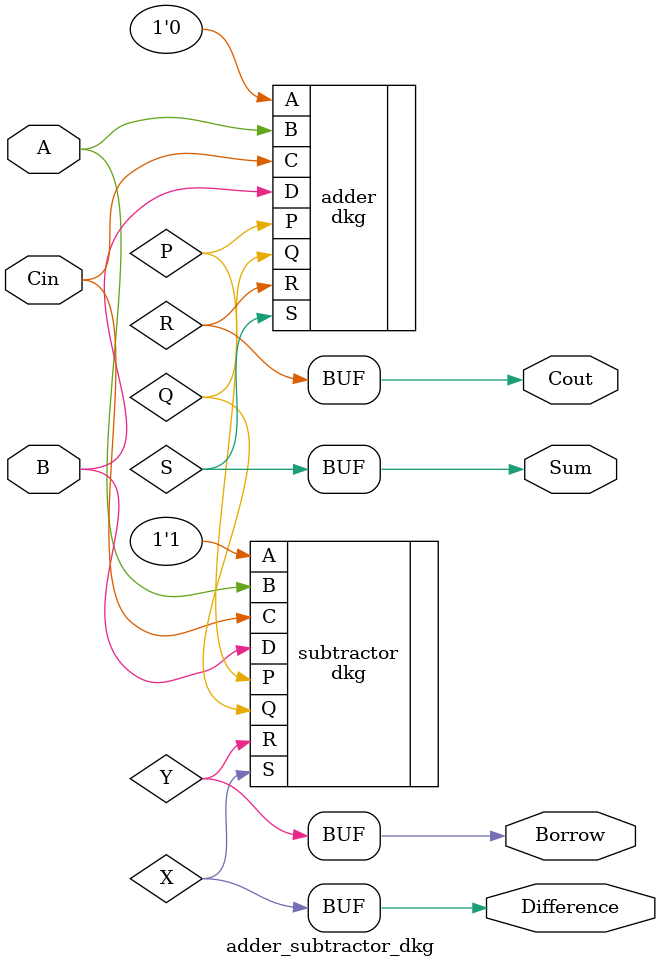
<source format=v>
`timescale 1ns / 1ps
module adder_subtractor_dkg(
    input A,
    input B,
    input Cin,
    output Sum,
    output Cout,
    output Difference,
    output Borrow
);
    wire P, Q, R, S, X, Y;
    dkg adder (
        .A(1'b0),
        .B(A),
        .C(Cin),
        .D(B),
        .P(P),
        .Q(Q),
        .R(R),
        .S(S)
    );
    dkg subtractor (
        .A(1'b1),
        .B(A),
        .C(Cin),
        .D(B),
        .P(P),
        .Q(Q),
        .R(Y),
        .S(X)
    );
    assign Sum = S;
    assign Cout = R;
    assign Difference = X;
    assign Borrow = Y;
endmodule

</source>
